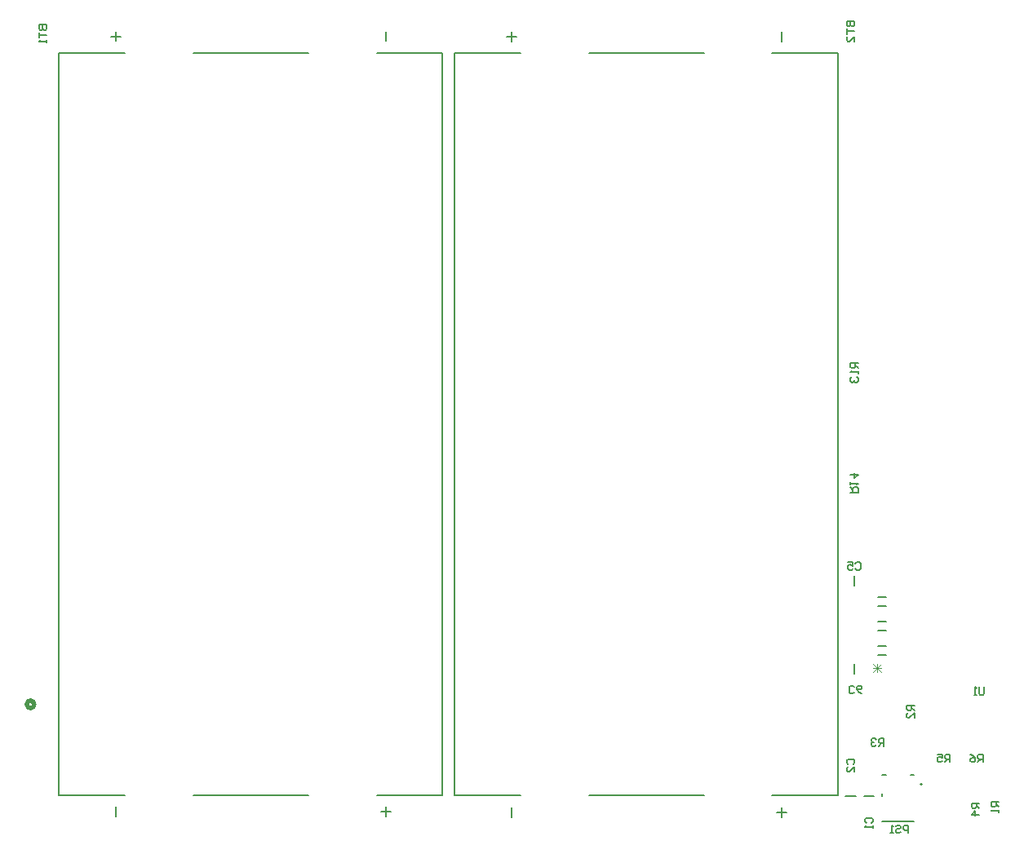
<source format=gbo>
G04*
G04 #@! TF.GenerationSoftware,Altium Limited,Altium Designer,25.2.1 (25)*
G04*
G04 Layer_Color=32896*
%FSLAX25Y25*%
%MOIN*%
G70*
G04*
G04 #@! TF.SameCoordinates,2F33FC32-E69D-4905-AB7C-0DFD41B7419D*
G04*
G04*
G04 #@! TF.FilePolarity,Positive*
G04*
G01*
G75*
%ADD10C,0.00787*%
%ADD12C,0.00600*%
%ADD13C,0.02000*%
%ADD15C,0.00500*%
%ADD17C,0.00630*%
%ADD19C,0.00300*%
D10*
X493342Y26339D02*
G03*
X493342Y26339I-394J0D01*
G01*
X469433Y21531D02*
X473567D01*
X461933D02*
X466067D01*
X465500Y107465D02*
Y111598D01*
Y71465D02*
Y75598D01*
D12*
X475100Y79132D02*
X478600D01*
X475100Y89131D02*
X478600D01*
X475100Y99132D02*
X478600D01*
X475100Y82932D02*
X478600D01*
X475100Y92931D02*
X478600D01*
X475100Y102931D02*
X478600D01*
D13*
X130500Y59000D02*
G03*
X130500Y59000I-1500J0D01*
G01*
D15*
X488598Y30059D02*
X489996D01*
X477004D02*
X478402D01*
X477004Y21496D02*
Y22421D01*
Y11004D02*
X489996D01*
X163882Y13098D02*
Y17035D01*
X140693Y21839D02*
Y325224D01*
X161913Y331996D02*
X165850D01*
X163882Y330028D02*
Y333965D01*
X140693Y325224D02*
X167622D01*
X140693Y21839D02*
X167622D01*
X272150Y15067D02*
X276087D01*
X274118Y13098D02*
Y17035D01*
X270378Y21839D02*
X297307D01*
Y325224D01*
X195575Y21839D02*
X242425D01*
X195575Y325224D02*
X242425D01*
X270378D02*
X297307D01*
X274118Y330028D02*
Y333965D01*
X435736Y329870D02*
Y333807D01*
X431996Y325067D02*
X458925D01*
X357193D02*
X404043D01*
X357193Y21681D02*
X404043D01*
X458925D02*
Y325067D01*
X431996Y21681D02*
X458925D01*
X435736Y12941D02*
Y16878D01*
X433768Y14909D02*
X437705D01*
X302311Y325067D02*
X329240D01*
X325500Y329870D02*
Y333807D01*
X323532Y331839D02*
X327468D01*
X302311Y21681D02*
Y325067D01*
Y21681D02*
X329240D01*
X325500Y12941D02*
Y16878D01*
D17*
X518599Y66106D02*
Y63482D01*
X518074Y62957D01*
X517025D01*
X516500Y63482D01*
Y66106D01*
X515450Y62957D02*
X514401D01*
X514926D01*
Y66106D01*
X515450Y65581D01*
X487673Y6457D02*
Y9606D01*
X486099D01*
X485574Y9081D01*
Y8032D01*
X486099Y7507D01*
X487673D01*
X482426Y9081D02*
X482950Y9606D01*
X484000D01*
X484525Y9081D01*
Y8556D01*
X484000Y8032D01*
X482950D01*
X482426Y7507D01*
Y6982D01*
X482950Y6457D01*
X484000D01*
X484525Y6982D01*
X481376Y6457D02*
X480327D01*
X480851D01*
Y9606D01*
X481376Y9081D01*
X132426Y336705D02*
X135574D01*
Y335131D01*
X135049Y334606D01*
X134525D01*
X134000Y335131D01*
Y336705D01*
Y335131D01*
X133475Y334606D01*
X132950D01*
X132426Y335131D01*
Y336705D01*
Y333556D02*
Y331457D01*
Y332507D01*
X135574D01*
Y330408D02*
Y329358D01*
Y329883D01*
X132426D01*
X132950Y330408D01*
X462426Y338230D02*
X465574D01*
Y336655D01*
X465050Y336131D01*
X464525D01*
X464000Y336655D01*
Y338230D01*
Y336655D01*
X463475Y336131D01*
X462951D01*
X462426Y336655D01*
Y338230D01*
Y335081D02*
Y332982D01*
Y334032D01*
X465574D01*
Y329833D02*
Y331932D01*
X463475Y329833D01*
X462951D01*
X462426Y330358D01*
Y331408D01*
X462951Y331932D01*
X470450Y10531D02*
X469926Y11056D01*
Y12106D01*
X470450Y12631D01*
X472549D01*
X473074Y12106D01*
Y11056D01*
X472549Y10531D01*
X473074Y9482D02*
Y8432D01*
Y8957D01*
X469926D01*
X470450Y9482D01*
X462951Y34556D02*
X462426Y35081D01*
Y36130D01*
X462951Y36655D01*
X465050D01*
X465574Y36130D01*
Y35081D01*
X465050Y34556D01*
X465574Y31408D02*
Y33507D01*
X463475Y31408D01*
X462951D01*
X462426Y31932D01*
Y32982D01*
X462951Y33507D01*
X466025Y116581D02*
X466549Y117106D01*
X467599D01*
X468124Y116581D01*
Y114482D01*
X467599Y113957D01*
X466549D01*
X466025Y114482D01*
X462876Y117106D02*
X464975D01*
Y115532D01*
X463926Y116056D01*
X463401D01*
X462876Y115532D01*
Y114482D01*
X463401Y113957D01*
X464451D01*
X464975Y114482D01*
X465475Y63982D02*
X464951Y63457D01*
X463901D01*
X463376Y63982D01*
Y66081D01*
X463901Y66606D01*
X464951D01*
X465475Y66081D01*
X468624Y63457D02*
X467574Y63982D01*
X466525Y65031D01*
Y66081D01*
X467050Y66606D01*
X468099D01*
X468624Y66081D01*
Y65556D01*
X468099Y65031D01*
X466525D01*
X524574Y19131D02*
X521426D01*
Y17556D01*
X521950Y17031D01*
X523000D01*
X523525Y17556D01*
Y19131D01*
Y18081D02*
X524574Y17031D01*
Y15982D02*
Y14932D01*
Y15457D01*
X521426D01*
X521950Y15982D01*
X490074Y58655D02*
X486926D01*
Y57081D01*
X487451Y56556D01*
X488500D01*
X489025Y57081D01*
Y58655D01*
Y57606D02*
X490074Y56556D01*
Y53408D02*
Y55507D01*
X487975Y53408D01*
X487451D01*
X486926Y53932D01*
Y54982D01*
X487451Y55507D01*
X477624Y41957D02*
Y45106D01*
X476050D01*
X475525Y44581D01*
Y43532D01*
X476050Y43007D01*
X477624D01*
X476574D02*
X475525Y41957D01*
X474475Y44581D02*
X473950Y45106D01*
X472901D01*
X472376Y44581D01*
Y44056D01*
X472901Y43532D01*
X473426D01*
X472901D01*
X472376Y43007D01*
Y42482D01*
X472901Y41957D01*
X473950D01*
X474475Y42482D01*
X516574Y18655D02*
X513426D01*
Y17081D01*
X513950Y16556D01*
X515000D01*
X515525Y17081D01*
Y18655D01*
Y17606D02*
X516574Y16556D01*
Y13932D02*
X513426D01*
X515000Y15507D01*
Y13408D01*
X504624Y35457D02*
Y38606D01*
X503050D01*
X502525Y38081D01*
Y37031D01*
X503050Y36507D01*
X504624D01*
X503574D02*
X502525Y35457D01*
X499376Y38606D02*
X501475D01*
Y37031D01*
X500426Y37556D01*
X499901D01*
X499376Y37031D01*
Y35982D01*
X499901Y35457D01*
X500950D01*
X501475Y35982D01*
X518124Y35457D02*
Y38606D01*
X516549D01*
X516025Y38081D01*
Y37031D01*
X516549Y36507D01*
X518124D01*
X517074D02*
X516025Y35457D01*
X512876Y38606D02*
X513926Y38081D01*
X514975Y37031D01*
Y35982D01*
X514451Y35457D01*
X513401D01*
X512876Y35982D01*
Y36507D01*
X513401Y37031D01*
X514975D01*
X467074Y198467D02*
X463926D01*
Y196893D01*
X464451Y196368D01*
X465500D01*
X466025Y196893D01*
Y198467D01*
Y197418D02*
X467074Y196368D01*
Y195319D02*
Y194269D01*
Y194794D01*
X463926D01*
X464451Y195319D01*
Y192695D02*
X463926Y192170D01*
Y191121D01*
X464451Y190596D01*
X464975D01*
X465500Y191121D01*
Y191645D01*
Y191121D01*
X466025Y190596D01*
X466549D01*
X467074Y191121D01*
Y192170D01*
X466549Y192695D01*
X463926Y145596D02*
X467074D01*
Y147170D01*
X466549Y147695D01*
X465500D01*
X464975Y147170D01*
Y145596D01*
Y146645D02*
X463926Y147695D01*
Y148744D02*
Y149794D01*
Y149269D01*
X467074D01*
X466549Y148744D01*
X463926Y152943D02*
X467074D01*
X465500Y151368D01*
Y153467D01*
D19*
X476665Y72031D02*
X473333Y75364D01*
Y72031D02*
X476665Y75364D01*
X474999Y72031D02*
Y75364D01*
X473333Y73698D02*
X476665D01*
M02*

</source>
